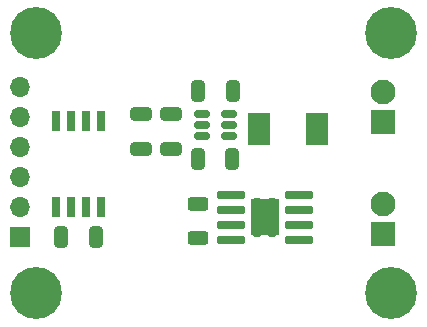
<source format=gbr>
%TF.GenerationSoftware,KiCad,Pcbnew,7.0.2-0*%
%TF.CreationDate,2023-04-20T17:34:09-07:00*%
%TF.ProjectId,RagGuard_V1,52616747-7561-4726-945f-56312e6b6963,rev?*%
%TF.SameCoordinates,Original*%
%TF.FileFunction,Soldermask,Top*%
%TF.FilePolarity,Negative*%
%FSLAX46Y46*%
G04 Gerber Fmt 4.6, Leading zero omitted, Abs format (unit mm)*
G04 Created by KiCad (PCBNEW 7.0.2-0) date 2023-04-20 17:34:09*
%MOMM*%
%LPD*%
G01*
G04 APERTURE LIST*
G04 Aperture macros list*
%AMRoundRect*
0 Rectangle with rounded corners*
0 $1 Rounding radius*
0 $2 $3 $4 $5 $6 $7 $8 $9 X,Y pos of 4 corners*
0 Add a 4 corners polygon primitive as box body*
4,1,4,$2,$3,$4,$5,$6,$7,$8,$9,$2,$3,0*
0 Add four circle primitives for the rounded corners*
1,1,$1+$1,$2,$3*
1,1,$1+$1,$4,$5*
1,1,$1+$1,$6,$7*
1,1,$1+$1,$8,$9*
0 Add four rect primitives between the rounded corners*
20,1,$1+$1,$2,$3,$4,$5,0*
20,1,$1+$1,$4,$5,$6,$7,0*
20,1,$1+$1,$6,$7,$8,$9,0*
20,1,$1+$1,$8,$9,$2,$3,0*%
G04 Aperture macros list end*
%ADD10RoundRect,0.250000X-0.650000X0.325000X-0.650000X-0.325000X0.650000X-0.325000X0.650000X0.325000X0*%
%ADD11RoundRect,0.250000X-0.325000X-0.650000X0.325000X-0.650000X0.325000X0.650000X-0.325000X0.650000X0*%
%ADD12C,2.600000*%
%ADD13C,4.400000*%
%ADD14R,1.903000X2.790000*%
%ADD15RoundRect,0.250000X0.625000X-0.312500X0.625000X0.312500X-0.625000X0.312500X-0.625000X-0.312500X0*%
%ADD16R,0.650000X1.700000*%
%ADD17RoundRect,0.150000X-0.512500X-0.150000X0.512500X-0.150000X0.512500X0.150000X-0.512500X0.150000X0*%
%ADD18R,2.100000X2.100000*%
%ADD19C,2.100000*%
%ADD20RoundRect,0.250000X0.325000X0.650000X-0.325000X0.650000X-0.325000X-0.650000X0.325000X-0.650000X0*%
%ADD21R,2.400000X3.100000*%
%ADD22RoundRect,0.070000X-1.100000X-0.250000X1.100000X-0.250000X1.100000X0.250000X-1.100000X0.250000X0*%
%ADD23C,0.770000*%
%ADD24R,1.700000X1.700000*%
%ADD25O,1.700000X1.700000*%
G04 APERTURE END LIST*
D10*
%TO.C,C3*%
X194404667Y-132836316D03*
X194404667Y-135786316D03*
%TD*%
%TO.C,C4*%
X191904667Y-132836316D03*
X191904667Y-135786316D03*
%TD*%
D11*
%TO.C,C1*%
X196654667Y-136611316D03*
X199604667Y-136611316D03*
%TD*%
D12*
%TO.C,REF\u002A\u002A*%
X213000000Y-148000000D03*
D13*
X213000000Y-148000000D03*
%TD*%
D14*
%TO.C,L1*%
X201878167Y-134111316D03*
X206731167Y-134111316D03*
%TD*%
D15*
%TO.C,R1*%
X196693720Y-143351816D03*
X196693720Y-140426816D03*
%TD*%
D16*
%TO.C,U1*%
X188497667Y-133413316D03*
X187227667Y-133413316D03*
X185957667Y-133413316D03*
X184687667Y-133413316D03*
X184687667Y-140713316D03*
X185957667Y-140713316D03*
X187227667Y-140713316D03*
X188497667Y-140713316D03*
%TD*%
D17*
%TO.C,U2*%
X197009667Y-132811316D03*
X197009667Y-133761316D03*
X197009667Y-134711316D03*
X199284667Y-134711316D03*
X199284667Y-133761316D03*
X199284667Y-132811316D03*
%TD*%
D18*
%TO.C,J1*%
X212365644Y-133542264D03*
D19*
X212365644Y-131002264D03*
%TD*%
D20*
%TO.C,C5*%
X188067667Y-143267604D03*
X185117667Y-143267604D03*
%TD*%
D21*
%TO.C,U3*%
X202350000Y-141575981D03*
D22*
X199475000Y-139670981D03*
X199475000Y-140940981D03*
X199475000Y-142210981D03*
X199475000Y-143480981D03*
X205225000Y-143480981D03*
X205225000Y-142210981D03*
X205225000Y-140940981D03*
X205225000Y-139670981D03*
D23*
X201700000Y-140275981D03*
X201700000Y-141575981D03*
X201700000Y-142875981D03*
X203000000Y-140275981D03*
X203000000Y-141575981D03*
X203000000Y-142875981D03*
%TD*%
D12*
%TO.C,REF\u002A\u002A*%
X183000000Y-126000000D03*
D13*
X183000000Y-126000000D03*
%TD*%
D12*
%TO.C,REF\u002A\u002A*%
X183000000Y-148000000D03*
D13*
X183000000Y-148000000D03*
%TD*%
D20*
%TO.C,C2*%
X199679667Y-130911316D03*
X196729667Y-130911316D03*
%TD*%
D12*
%TO.C,REF\u002A\u002A*%
X213000000Y-126000000D03*
D13*
X213000000Y-126000000D03*
%TD*%
D18*
%TO.C,J2*%
X212382475Y-143000000D03*
D19*
X212382475Y-140460000D03*
%TD*%
D24*
%TO.C,J4*%
X181640422Y-143263047D03*
D25*
X181640422Y-140723047D03*
X181640422Y-138183047D03*
X181640422Y-135643047D03*
X181640422Y-133103047D03*
X181640422Y-130563047D03*
%TD*%
M02*

</source>
